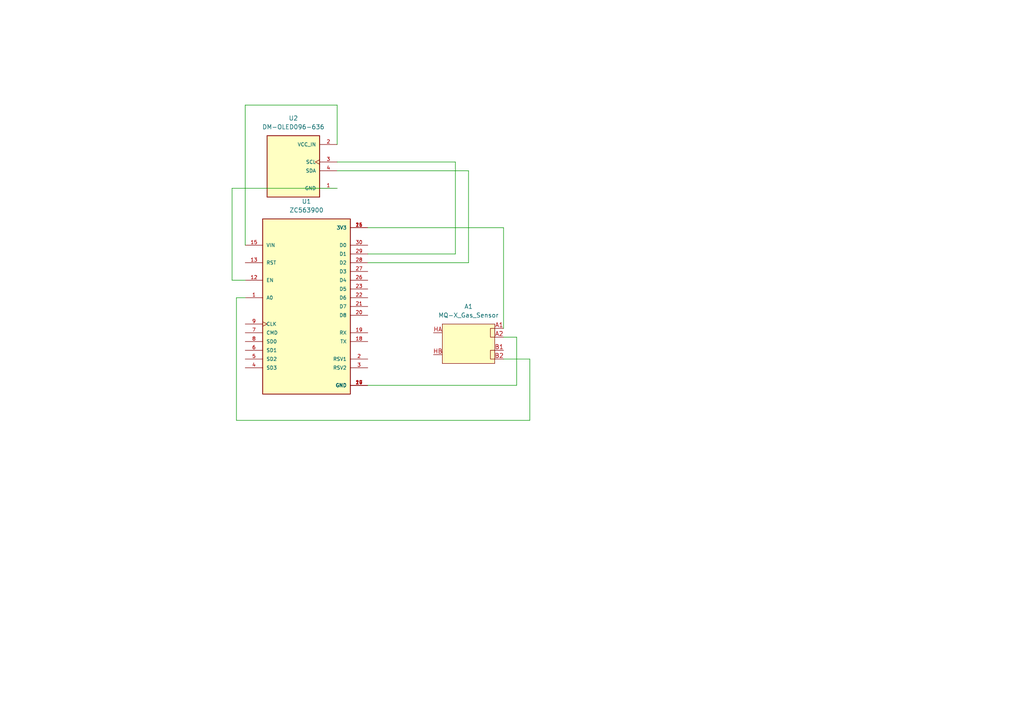
<source format=kicad_sch>
(kicad_sch
	(version 20250114)
	(generator "eeschema")
	(generator_version "9.0")
	(uuid "86fd94cb-ff3a-467c-820a-385572990864")
	(paper "A4")
	(lib_symbols
		(symbol "Charleslabs_Parts:MQ-X_Gas_Sensor"
			(pin_names
				(offset 1.016)
				(hide yes)
			)
			(exclude_from_sim no)
			(in_bom yes)
			(on_board yes)
			(property "Reference" "A"
				(at -7.62 6.35 0)
				(effects
					(font
						(size 1.27 1.27)
					)
					(justify left bottom)
				)
			)
			(property "Value" "MQ-X_Gas_Sensor"
				(at 1.27 6.35 0)
				(effects
					(font
						(size 1.27 1.27)
					)
					(justify left bottom)
				)
			)
			(property "Footprint" "Charleslabs_Parts:MQ-X_Gas_Sensor"
				(at 0 -7.62 0)
				(effects
					(font
						(size 0.508 0.508)
					)
					(hide yes)
				)
			)
			(property "Datasheet" ""
				(at 0 0 0)
				(effects
					(font
						(size 1.27 1.27)
					)
					(hide yes)
				)
			)
			(property "Description" ""
				(at 0 0 0)
				(effects
					(font
						(size 1.27 1.27)
					)
					(hide yes)
				)
			)
			(property "ki_fp_filters" "*MQ-3*"
				(at 0 0 0)
				(effects
					(font
						(size 1.27 1.27)
					)
					(hide yes)
				)
			)
			(symbol "MQ-X_Gas_Sensor_1_0"
				(rectangle
					(start -7.62 5.08)
					(end 7.62 -6.35)
					(stroke
						(width 0)
						(type solid)
					)
					(fill
						(type background)
					)
				)
				(rectangle
					(start 7.62 3.81)
					(end 6.35 1.27)
					(stroke
						(width 0)
						(type solid)
					)
					(fill
						(type none)
					)
				)
				(rectangle
					(start 7.62 -2.54)
					(end 6.35 -5.08)
					(stroke
						(width 0)
						(type solid)
					)
					(fill
						(type none)
					)
				)
			)
			(symbol "MQ-X_Gas_Sensor_1_1"
				(pin power_in line
					(at -10.16 2.54 0)
					(length 2.54)
					(name "~"
						(effects
							(font
								(size 1.27 1.27)
							)
						)
					)
					(number "HA"
						(effects
							(font
								(size 1.27 1.27)
							)
						)
					)
				)
				(pin power_in line
					(at -10.16 -3.81 0)
					(length 2.54)
					(name "~"
						(effects
							(font
								(size 1.27 1.27)
							)
						)
					)
					(number "HB"
						(effects
							(font
								(size 1.27 1.27)
							)
						)
					)
				)
				(pin bidirectional line
					(at 10.16 3.81 180)
					(length 2.54)
					(name "~"
						(effects
							(font
								(size 1.27 1.27)
							)
						)
					)
					(number "A1"
						(effects
							(font
								(size 1.27 1.27)
							)
						)
					)
				)
				(pin bidirectional line
					(at 10.16 1.27 180)
					(length 2.54)
					(name "~"
						(effects
							(font
								(size 1.27 1.27)
							)
						)
					)
					(number "A2"
						(effects
							(font
								(size 1.27 1.27)
							)
						)
					)
				)
				(pin bidirectional line
					(at 10.16 -2.54 180)
					(length 2.54)
					(name "~"
						(effects
							(font
								(size 1.27 1.27)
							)
						)
					)
					(number "B1"
						(effects
							(font
								(size 1.27 1.27)
							)
						)
					)
				)
				(pin bidirectional line
					(at 10.16 -5.08 180)
					(length 2.54)
					(name "~"
						(effects
							(font
								(size 1.27 1.27)
							)
						)
					)
					(number "B2"
						(effects
							(font
								(size 1.27 1.27)
							)
						)
					)
				)
			)
			(embedded_fonts no)
		)
		(symbol "DM-OLED096-636:DM-OLED096-636"
			(pin_names
				(offset 1.016)
			)
			(exclude_from_sim no)
			(in_bom yes)
			(on_board yes)
			(property "Reference" "U"
				(at -7.62 10.922 0)
				(effects
					(font
						(size 1.27 1.27)
					)
					(justify left bottom)
				)
			)
			(property "Value" "DM-OLED096-636"
				(at -7.62 -10.16 0)
				(effects
					(font
						(size 1.27 1.27)
					)
					(justify left bottom)
				)
			)
			(property "Footprint" "DM-OLED096-636:MODULE_DM-OLED096-636"
				(at 0 0 0)
				(effects
					(font
						(size 1.27 1.27)
					)
					(justify bottom)
					(hide yes)
				)
			)
			(property "Datasheet" ""
				(at 0 0 0)
				(effects
					(font
						(size 1.27 1.27)
					)
					(hide yes)
				)
			)
			(property "Description" ""
				(at 0 0 0)
				(effects
					(font
						(size 1.27 1.27)
					)
					(hide yes)
				)
			)
			(property "MF" "Display Module"
				(at 0 0 0)
				(effects
					(font
						(size 1.27 1.27)
					)
					(justify bottom)
					(hide yes)
				)
			)
			(property "MAXIMUM_PACKAGE_HEIGHT" "11.3 mm"
				(at 0 0 0)
				(effects
					(font
						(size 1.27 1.27)
					)
					(justify bottom)
					(hide yes)
				)
			)
			(property "Package" "Package"
				(at 0 0 0)
				(effects
					(font
						(size 1.27 1.27)
					)
					(justify bottom)
					(hide yes)
				)
			)
			(property "Price" "None"
				(at 0 0 0)
				(effects
					(font
						(size 1.27 1.27)
					)
					(justify bottom)
					(hide yes)
				)
			)
			(property "Check_prices" "https://www.snapeda.com/parts/DM-OLED096-636/Display+Module/view-part/?ref=eda"
				(at 0 0 0)
				(effects
					(font
						(size 1.27 1.27)
					)
					(justify bottom)
					(hide yes)
				)
			)
			(property "STANDARD" "Manufacturer Recommendations"
				(at 0 0 0)
				(effects
					(font
						(size 1.27 1.27)
					)
					(justify bottom)
					(hide yes)
				)
			)
			(property "PARTREV" "2018-09-10"
				(at 0 0 0)
				(effects
					(font
						(size 1.27 1.27)
					)
					(justify bottom)
					(hide yes)
				)
			)
			(property "SnapEDA_Link" "https://www.snapeda.com/parts/DM-OLED096-636/Display+Module/view-part/?ref=snap"
				(at 0 0 0)
				(effects
					(font
						(size 1.27 1.27)
					)
					(justify bottom)
					(hide yes)
				)
			)
			(property "MP" "DM-OLED096-636"
				(at 0 0 0)
				(effects
					(font
						(size 1.27 1.27)
					)
					(justify bottom)
					(hide yes)
				)
			)
			(property "Description_1" "0.96” 128 X 64 MONOCHROME GRAPHIC OLED DISPLAY MODULE - I2C"
				(at 0 0 0)
				(effects
					(font
						(size 1.27 1.27)
					)
					(justify bottom)
					(hide yes)
				)
			)
			(property "Availability" "Not in stock"
				(at 0 0 0)
				(effects
					(font
						(size 1.27 1.27)
					)
					(justify bottom)
					(hide yes)
				)
			)
			(property "MANUFACTURER" "Displaymodule"
				(at 0 0 0)
				(effects
					(font
						(size 1.27 1.27)
					)
					(justify bottom)
					(hide yes)
				)
			)
			(symbol "DM-OLED096-636_0_0"
				(rectangle
					(start -7.62 -7.62)
					(end 7.62 10.16)
					(stroke
						(width 0.254)
						(type default)
					)
					(fill
						(type background)
					)
				)
				(pin power_in line
					(at 12.7 7.62 180)
					(length 5.08)
					(name "VCC_IN"
						(effects
							(font
								(size 1.016 1.016)
							)
						)
					)
					(number "2"
						(effects
							(font
								(size 1.016 1.016)
							)
						)
					)
				)
				(pin input clock
					(at 12.7 2.54 180)
					(length 5.08)
					(name "SCL"
						(effects
							(font
								(size 1.016 1.016)
							)
						)
					)
					(number "3"
						(effects
							(font
								(size 1.016 1.016)
							)
						)
					)
				)
				(pin bidirectional line
					(at 12.7 0 180)
					(length 5.08)
					(name "SDA"
						(effects
							(font
								(size 1.016 1.016)
							)
						)
					)
					(number "4"
						(effects
							(font
								(size 1.016 1.016)
							)
						)
					)
				)
				(pin power_in line
					(at 12.7 -5.08 180)
					(length 5.08)
					(name "GND"
						(effects
							(font
								(size 1.016 1.016)
							)
						)
					)
					(number "1"
						(effects
							(font
								(size 1.016 1.016)
							)
						)
					)
				)
			)
			(embedded_fonts no)
		)
		(symbol "ZC563900:ZC563900"
			(pin_names
				(offset 1.016)
			)
			(exclude_from_sim no)
			(in_bom yes)
			(on_board yes)
			(property "Reference" "U"
				(at -12.7 26.035 0)
				(effects
					(font
						(size 1.27 1.27)
					)
					(justify left bottom)
				)
			)
			(property "Value" "ZC563900"
				(at -12.7 -27.94 0)
				(effects
					(font
						(size 1.27 1.27)
					)
					(justify left bottom)
				)
			)
			(property "Footprint" "ZC563900:MODULE_ZC563900"
				(at 0 0 0)
				(effects
					(font
						(size 1.27 1.27)
					)
					(justify bottom)
					(hide yes)
				)
			)
			(property "Datasheet" ""
				(at 0 0 0)
				(effects
					(font
						(size 1.27 1.27)
					)
					(hide yes)
				)
			)
			(property "Description" ""
				(at 0 0 0)
				(effects
					(font
						(size 1.27 1.27)
					)
					(hide yes)
				)
			)
			(property "MF" "YKS"
				(at 0 0 0)
				(effects
					(font
						(size 1.27 1.27)
					)
					(justify bottom)
					(hide yes)
				)
			)
			(property "MAXIMUM_PACKAGE_HEIGHT" "N/A"
				(at 0 0 0)
				(effects
					(font
						(size 1.27 1.27)
					)
					(justify bottom)
					(hide yes)
				)
			)
			(property "Package" "None"
				(at 0 0 0)
				(effects
					(font
						(size 1.27 1.27)
					)
					(justify bottom)
					(hide yes)
				)
			)
			(property "Price" "None"
				(at 0 0 0)
				(effects
					(font
						(size 1.27 1.27)
					)
					(justify bottom)
					(hide yes)
				)
			)
			(property "Check_prices" "https://www.snapeda.com/parts/ZC563900/YKS/view-part/?ref=eda"
				(at 0 0 0)
				(effects
					(font
						(size 1.27 1.27)
					)
					(justify bottom)
					(hide yes)
				)
			)
			(property "STANDARD" "Manufacturer Recommendations"
				(at 0 0 0)
				(effects
					(font
						(size 1.27 1.27)
					)
					(justify bottom)
					(hide yes)
				)
			)
			(property "PARTREV" "1.0"
				(at 0 0 0)
				(effects
					(font
						(size 1.27 1.27)
					)
					(justify bottom)
					(hide yes)
				)
			)
			(property "SnapEDA_Link" "https://www.snapeda.com/parts/ZC563900/YKS/view-part/?ref=snap"
				(at 0 0 0)
				(effects
					(font
						(size 1.27 1.27)
					)
					(justify bottom)
					(hide yes)
				)
			)
			(property "MP" "ZC563900"
				(at 0 0 0)
				(effects
					(font
						(size 1.27 1.27)
					)
					(justify bottom)
					(hide yes)
				)
			)
			(property "Description_1" "NodeMcu Lua ESP8266 WIFI Internet of Things Network Development Module Board"
				(at 0 0 0)
				(effects
					(font
						(size 1.27 1.27)
					)
					(justify bottom)
					(hide yes)
				)
			)
			(property "Availability" "Not in stock"
				(at 0 0 0)
				(effects
					(font
						(size 1.27 1.27)
					)
					(justify bottom)
					(hide yes)
				)
			)
			(property "MANUFACTURER" "YKS"
				(at 0 0 0)
				(effects
					(font
						(size 1.27 1.27)
					)
					(justify bottom)
					(hide yes)
				)
			)
			(symbol "ZC563900_0_0"
				(rectangle
					(start -12.7 -25.4)
					(end 12.7 25.4)
					(stroke
						(width 0.254)
						(type default)
					)
					(fill
						(type background)
					)
				)
				(pin input line
					(at -17.78 17.78 0)
					(length 5.08)
					(name "VIN"
						(effects
							(font
								(size 1.016 1.016)
							)
						)
					)
					(number "15"
						(effects
							(font
								(size 1.016 1.016)
							)
						)
					)
				)
				(pin input line
					(at -17.78 12.7 0)
					(length 5.08)
					(name "RST"
						(effects
							(font
								(size 1.016 1.016)
							)
						)
					)
					(number "13"
						(effects
							(font
								(size 1.016 1.016)
							)
						)
					)
				)
				(pin input line
					(at -17.78 7.62 0)
					(length 5.08)
					(name "EN"
						(effects
							(font
								(size 1.016 1.016)
							)
						)
					)
					(number "12"
						(effects
							(font
								(size 1.016 1.016)
							)
						)
					)
				)
				(pin input line
					(at -17.78 2.54 0)
					(length 5.08)
					(name "A0"
						(effects
							(font
								(size 1.016 1.016)
							)
						)
					)
					(number "1"
						(effects
							(font
								(size 1.016 1.016)
							)
						)
					)
				)
				(pin input clock
					(at -17.78 -5.08 0)
					(length 5.08)
					(name "CLK"
						(effects
							(font
								(size 1.016 1.016)
							)
						)
					)
					(number "9"
						(effects
							(font
								(size 1.016 1.016)
							)
						)
					)
				)
				(pin input line
					(at -17.78 -7.62 0)
					(length 5.08)
					(name "CMD"
						(effects
							(font
								(size 1.016 1.016)
							)
						)
					)
					(number "7"
						(effects
							(font
								(size 1.016 1.016)
							)
						)
					)
				)
				(pin bidirectional line
					(at -17.78 -10.16 0)
					(length 5.08)
					(name "SD0"
						(effects
							(font
								(size 1.016 1.016)
							)
						)
					)
					(number "8"
						(effects
							(font
								(size 1.016 1.016)
							)
						)
					)
				)
				(pin bidirectional line
					(at -17.78 -12.7 0)
					(length 5.08)
					(name "SD1"
						(effects
							(font
								(size 1.016 1.016)
							)
						)
					)
					(number "6"
						(effects
							(font
								(size 1.016 1.016)
							)
						)
					)
				)
				(pin bidirectional line
					(at -17.78 -15.24 0)
					(length 5.08)
					(name "SD2"
						(effects
							(font
								(size 1.016 1.016)
							)
						)
					)
					(number "5"
						(effects
							(font
								(size 1.016 1.016)
							)
						)
					)
				)
				(pin bidirectional line
					(at -17.78 -17.78 0)
					(length 5.08)
					(name "SD3"
						(effects
							(font
								(size 1.016 1.016)
							)
						)
					)
					(number "4"
						(effects
							(font
								(size 1.016 1.016)
							)
						)
					)
				)
				(pin power_in line
					(at 17.78 22.86 180)
					(length 5.08)
					(name "3V3"
						(effects
							(font
								(size 1.016 1.016)
							)
						)
					)
					(number "11"
						(effects
							(font
								(size 1.016 1.016)
							)
						)
					)
				)
				(pin power_in line
					(at 17.78 22.86 180)
					(length 5.08)
					(name "3V3"
						(effects
							(font
								(size 1.016 1.016)
							)
						)
					)
					(number "16"
						(effects
							(font
								(size 1.016 1.016)
							)
						)
					)
				)
				(pin power_in line
					(at 17.78 22.86 180)
					(length 5.08)
					(name "3V3"
						(effects
							(font
								(size 1.016 1.016)
							)
						)
					)
					(number "25"
						(effects
							(font
								(size 1.016 1.016)
							)
						)
					)
				)
				(pin bidirectional line
					(at 17.78 17.78 180)
					(length 5.08)
					(name "D0"
						(effects
							(font
								(size 1.016 1.016)
							)
						)
					)
					(number "30"
						(effects
							(font
								(size 1.016 1.016)
							)
						)
					)
				)
				(pin bidirectional line
					(at 17.78 15.24 180)
					(length 5.08)
					(name "D1"
						(effects
							(font
								(size 1.016 1.016)
							)
						)
					)
					(number "29"
						(effects
							(font
								(size 1.016 1.016)
							)
						)
					)
				)
				(pin bidirectional line
					(at 17.78 12.7 180)
					(length 5.08)
					(name "D2"
						(effects
							(font
								(size 1.016 1.016)
							)
						)
					)
					(number "28"
						(effects
							(font
								(size 1.016 1.016)
							)
						)
					)
				)
				(pin bidirectional line
					(at 17.78 10.16 180)
					(length 5.08)
					(name "D3"
						(effects
							(font
								(size 1.016 1.016)
							)
						)
					)
					(number "27"
						(effects
							(font
								(size 1.016 1.016)
							)
						)
					)
				)
				(pin bidirectional line
					(at 17.78 7.62 180)
					(length 5.08)
					(name "D4"
						(effects
							(font
								(size 1.016 1.016)
							)
						)
					)
					(number "26"
						(effects
							(font
								(size 1.016 1.016)
							)
						)
					)
				)
				(pin bidirectional line
					(at 17.78 5.08 180)
					(length 5.08)
					(name "D5"
						(effects
							(font
								(size 1.016 1.016)
							)
						)
					)
					(number "23"
						(effects
							(font
								(size 1.016 1.016)
							)
						)
					)
				)
				(pin bidirectional line
					(at 17.78 2.54 180)
					(length 5.08)
					(name "D6"
						(effects
							(font
								(size 1.016 1.016)
							)
						)
					)
					(number "22"
						(effects
							(font
								(size 1.016 1.016)
							)
						)
					)
				)
				(pin bidirectional line
					(at 17.78 0 180)
					(length 5.08)
					(name "D7"
						(effects
							(font
								(size 1.016 1.016)
							)
						)
					)
					(number "21"
						(effects
							(font
								(size 1.016 1.016)
							)
						)
					)
				)
				(pin bidirectional line
					(at 17.78 -2.54 180)
					(length 5.08)
					(name "D8"
						(effects
							(font
								(size 1.016 1.016)
							)
						)
					)
					(number "20"
						(effects
							(font
								(size 1.016 1.016)
							)
						)
					)
				)
				(pin bidirectional line
					(at 17.78 -7.62 180)
					(length 5.08)
					(name "RX"
						(effects
							(font
								(size 1.016 1.016)
							)
						)
					)
					(number "19"
						(effects
							(font
								(size 1.016 1.016)
							)
						)
					)
				)
				(pin bidirectional line
					(at 17.78 -10.16 180)
					(length 5.08)
					(name "TX"
						(effects
							(font
								(size 1.016 1.016)
							)
						)
					)
					(number "18"
						(effects
							(font
								(size 1.016 1.016)
							)
						)
					)
				)
				(pin passive line
					(at 17.78 -15.24 180)
					(length 5.08)
					(name "RSV1"
						(effects
							(font
								(size 1.016 1.016)
							)
						)
					)
					(number "2"
						(effects
							(font
								(size 1.016 1.016)
							)
						)
					)
				)
				(pin passive line
					(at 17.78 -17.78 180)
					(length 5.08)
					(name "RSV2"
						(effects
							(font
								(size 1.016 1.016)
							)
						)
					)
					(number "3"
						(effects
							(font
								(size 1.016 1.016)
							)
						)
					)
				)
				(pin power_in line
					(at 17.78 -22.86 180)
					(length 5.08)
					(name "GND"
						(effects
							(font
								(size 1.016 1.016)
							)
						)
					)
					(number "10"
						(effects
							(font
								(size 1.016 1.016)
							)
						)
					)
				)
				(pin power_in line
					(at 17.78 -22.86 180)
					(length 5.08)
					(name "GND"
						(effects
							(font
								(size 1.016 1.016)
							)
						)
					)
					(number "14"
						(effects
							(font
								(size 1.016 1.016)
							)
						)
					)
				)
				(pin power_in line
					(at 17.78 -22.86 180)
					(length 5.08)
					(name "GND"
						(effects
							(font
								(size 1.016 1.016)
							)
						)
					)
					(number "17"
						(effects
							(font
								(size 1.016 1.016)
							)
						)
					)
				)
				(pin power_in line
					(at 17.78 -22.86 180)
					(length 5.08)
					(name "GND"
						(effects
							(font
								(size 1.016 1.016)
							)
						)
					)
					(number "24"
						(effects
							(font
								(size 1.016 1.016)
							)
						)
					)
				)
			)
			(embedded_fonts no)
		)
	)
	(wire
		(pts
			(xy 146.05 66.04) (xy 146.05 95.25)
		)
		(stroke
			(width 0)
			(type default)
		)
		(uuid "02b3f2d0-0066-41a7-ab8f-6a3fdd04b44a")
	)
	(wire
		(pts
			(xy 135.89 49.53) (xy 135.89 76.2)
		)
		(stroke
			(width 0)
			(type default)
		)
		(uuid "2c895269-9adf-4c61-bf80-87aeb7324a78")
	)
	(wire
		(pts
			(xy 106.68 111.76) (xy 149.86 111.76)
		)
		(stroke
			(width 0)
			(type default)
		)
		(uuid "34ea59e7-df53-4e5c-b9d6-08b49df0a644")
	)
	(wire
		(pts
			(xy 97.79 46.99) (xy 132.08 46.99)
		)
		(stroke
			(width 0)
			(type default)
		)
		(uuid "3a191018-5423-4fa5-a668-b15c903fcdb2")
	)
	(wire
		(pts
			(xy 68.58 121.92) (xy 153.67 121.92)
		)
		(stroke
			(width 0)
			(type default)
		)
		(uuid "3d224aa8-af20-43e4-b7bc-9dbf2ea18022")
	)
	(wire
		(pts
			(xy 132.08 46.99) (xy 132.08 73.66)
		)
		(stroke
			(width 0)
			(type default)
		)
		(uuid "44e62560-72a6-4d7a-a345-c7e536743400")
	)
	(wire
		(pts
			(xy 97.79 41.91) (xy 97.79 30.48)
		)
		(stroke
			(width 0)
			(type default)
		)
		(uuid "4be7ba30-56b7-4633-ac11-b3069f15c08d")
	)
	(wire
		(pts
			(xy 132.08 73.66) (xy 106.68 73.66)
		)
		(stroke
			(width 0)
			(type default)
		)
		(uuid "70fa9389-4892-4fb3-a1f3-bcfcb805690d")
	)
	(wire
		(pts
			(xy 153.67 121.92) (xy 153.67 104.14)
		)
		(stroke
			(width 0)
			(type default)
		)
		(uuid "76990f13-b85a-4295-9fbd-59c77f503390")
	)
	(wire
		(pts
			(xy 153.67 104.14) (xy 146.05 104.14)
		)
		(stroke
			(width 0)
			(type default)
		)
		(uuid "8934002f-6642-4765-94ef-69979533f268")
	)
	(wire
		(pts
			(xy 97.79 30.48) (xy 71.12 30.48)
		)
		(stroke
			(width 0)
			(type default)
		)
		(uuid "90357dfb-fb58-494b-9285-f12838ccae68")
	)
	(wire
		(pts
			(xy 149.86 111.76) (xy 149.86 97.79)
		)
		(stroke
			(width 0)
			(type default)
		)
		(uuid "994cf364-9e3a-4804-b2ad-3763121d6fed")
	)
	(wire
		(pts
			(xy 67.31 54.61) (xy 67.31 81.28)
		)
		(stroke
			(width 0)
			(type default)
		)
		(uuid "a306d33c-622c-423a-8d2a-f98fafb56951")
	)
	(wire
		(pts
			(xy 97.79 54.61) (xy 67.31 54.61)
		)
		(stroke
			(width 0)
			(type default)
		)
		(uuid "a5daa075-4724-4ae5-bc22-a1e020c49a30")
	)
	(wire
		(pts
			(xy 149.86 97.79) (xy 146.05 97.79)
		)
		(stroke
			(width 0)
			(type default)
		)
		(uuid "b52f0e19-908c-448c-bfd8-181f96cccf88")
	)
	(wire
		(pts
			(xy 97.79 49.53) (xy 135.89 49.53)
		)
		(stroke
			(width 0)
			(type default)
		)
		(uuid "b9819850-c822-409c-8f10-e88f1673a6de")
	)
	(wire
		(pts
			(xy 67.31 81.28) (xy 71.12 81.28)
		)
		(stroke
			(width 0)
			(type default)
		)
		(uuid "d41e6cae-5272-486a-ad4e-4b06e246a5b4")
	)
	(wire
		(pts
			(xy 106.68 66.04) (xy 146.05 66.04)
		)
		(stroke
			(width 0)
			(type default)
		)
		(uuid "d4a72226-3fd0-44c9-a7fe-66d450583c91")
	)
	(wire
		(pts
			(xy 71.12 86.36) (xy 68.58 86.36)
		)
		(stroke
			(width 0)
			(type default)
		)
		(uuid "e38e4c53-487e-4805-a212-bb7fe2095d82")
	)
	(wire
		(pts
			(xy 135.89 76.2) (xy 106.68 76.2)
		)
		(stroke
			(width 0)
			(type default)
		)
		(uuid "e4c6db71-fa29-41e7-8f4f-2d4bcb192116")
	)
	(wire
		(pts
			(xy 71.12 30.48) (xy 71.12 71.12)
		)
		(stroke
			(width 0)
			(type default)
		)
		(uuid "f424b4c0-630a-4244-8605-f93478dcfecb")
	)
	(wire
		(pts
			(xy 68.58 86.36) (xy 68.58 121.92)
		)
		(stroke
			(width 0)
			(type default)
		)
		(uuid "f8fbb863-b0fc-4555-b963-4112adad9849")
	)
	(symbol
		(lib_id "ZC563900:ZC563900")
		(at 88.9 88.9 0)
		(unit 1)
		(exclude_from_sim no)
		(in_bom yes)
		(on_board yes)
		(dnp no)
		(fields_autoplaced yes)
		(uuid "06fd5d60-9ce8-467e-90bf-d01c419178ef")
		(property "Reference" "U1"
			(at 88.9 58.42 0)
			(effects
				(font
					(size 1.27 1.27)
				)
			)
		)
		(property "Value" "ZC563900"
			(at 88.9 60.96 0)
			(effects
				(font
					(size 1.27 1.27)
				)
			)
		)
		(property "Footprint" "ZC563900:MODULE_ZC563900"
			(at 88.9 88.9 0)
			(effects
				(font
					(size 1.27 1.27)
				)
				(justify bottom)
				(hide yes)
			)
		)
		(property "Datasheet" ""
			(at 88.9 88.9 0)
			(effects
				(font
					(size 1.27 1.27)
				)
				(hide yes)
			)
		)
		(property "Description" ""
			(at 88.9 88.9 0)
			(effects
				(font
					(size 1.27 1.27)
				)
				(hide yes)
			)
		)
		(property "MF" "YKS"
			(at 88.9 88.9 0)
			(effects
				(font
					(size 1.27 1.27)
				)
				(justify bottom)
				(hide yes)
			)
		)
		(property "MAXIMUM_PACKAGE_HEIGHT" "N/A"
			(at 88.9 88.9 0)
			(effects
				(font
					(size 1.27 1.27)
				)
				(justify bottom)
				(hide yes)
			)
		)
		(property "Package" "None"
			(at 88.9 88.9 0)
			(effects
				(font
					(size 1.27 1.27)
				)
				(justify bottom)
				(hide yes)
			)
		)
		(property "Price" "None"
			(at 88.9 88.9 0)
			(effects
				(font
					(size 1.27 1.27)
				)
				(justify bottom)
				(hide yes)
			)
		)
		(property "Check_prices" "https://www.snapeda.com/parts/ZC563900/YKS/view-part/?ref=eda"
			(at 88.9 88.9 0)
			(effects
				(font
					(size 1.27 1.27)
				)
				(justify bottom)
				(hide yes)
			)
		)
		(property "STANDARD" "Manufacturer Recommendations"
			(at 88.9 88.9 0)
			(effects
				(font
					(size 1.27 1.27)
				)
				(justify bottom)
				(hide yes)
			)
		)
		(property "PARTREV" "1.0"
			(at 88.9 88.9 0)
			(effects
				(font
					(size 1.27 1.27)
				)
				(justify bottom)
				(hide yes)
			)
		)
		(property "SnapEDA_Link" "https://www.snapeda.com/parts/ZC563900/YKS/view-part/?ref=snap"
			(at 88.9 88.9 0)
			(effects
				(font
					(size 1.27 1.27)
				)
				(justify bottom)
				(hide yes)
			)
		)
		(property "MP" "ZC563900"
			(at 88.9 88.9 0)
			(effects
				(font
					(size 1.27 1.27)
				)
				(justify bottom)
				(hide yes)
			)
		)
		(property "Description_1" "NodeMcu Lua ESP8266 WIFI Internet of Things Network Development Module Board"
			(at 88.9 88.9 0)
			(effects
				(font
					(size 1.27 1.27)
				)
				(justify bottom)
				(hide yes)
			)
		)
		(property "Availability" "Not in stock"
			(at 88.9 88.9 0)
			(effects
				(font
					(size 1.27 1.27)
				)
				(justify bottom)
				(hide yes)
			)
		)
		(property "MANUFACTURER" "YKS"
			(at 88.9 88.9 0)
			(effects
				(font
					(size 1.27 1.27)
				)
				(justify bottom)
				(hide yes)
			)
		)
		(pin "13"
			(uuid "d4412294-ef47-44e5-bdb0-c7026feb3108")
		)
		(pin "7"
			(uuid "73214190-352e-4b13-b810-19addd40d89e")
		)
		(pin "8"
			(uuid "41444860-581c-4977-b9ef-5b6b5bfecd9a")
		)
		(pin "6"
			(uuid "888b3059-7df8-47c3-89a0-d3e21f92aebe")
		)
		(pin "9"
			(uuid "79e29c30-7c7b-49d8-bb63-b28d74a66011")
		)
		(pin "4"
			(uuid "8816bd72-b57d-463c-9bea-53527d0afcf8")
		)
		(pin "11"
			(uuid "a2abae7e-96c8-45b1-8048-8a73dd9925b4")
		)
		(pin "12"
			(uuid "bc55ed7c-cca4-48f5-8b36-e063280e91d0")
		)
		(pin "1"
			(uuid "1407734b-1632-4a84-b85e-02724ecafda6")
		)
		(pin "16"
			(uuid "d705227d-bae1-48ac-8486-cbd3de9011e1")
		)
		(pin "25"
			(uuid "33b8d46f-d49d-4b9f-9f54-1184a50a0171")
		)
		(pin "5"
			(uuid "4f4bbb50-f0bd-4db3-a41c-ec865b91f1dc")
		)
		(pin "2"
			(uuid "0257ef00-6770-461f-a5a1-fe01bdde0e50")
		)
		(pin "29"
			(uuid "bae8848a-a23b-4bed-a63b-57947cabfb26")
		)
		(pin "23"
			(uuid "148f343f-8781-4ec3-9215-95ba8190af64")
		)
		(pin "28"
			(uuid "9ee2e2cc-689e-4fa0-852a-19f6226ee154")
		)
		(pin "27"
			(uuid "198f1733-e55c-42ae-9166-84080b69a07d")
		)
		(pin "26"
			(uuid "7e842ee8-2822-4927-a274-78c09792f40e")
		)
		(pin "30"
			(uuid "9ac497f9-15f8-45fa-a761-84d46e0a4580")
		)
		(pin "21"
			(uuid "fcd39ae0-bcfc-4565-92a0-2e3e44443a49")
		)
		(pin "20"
			(uuid "d663e373-bd8a-4384-bc80-690bbb04ba94")
		)
		(pin "18"
			(uuid "34f30fc9-17b9-4909-b947-025295dedc9d")
		)
		(pin "22"
			(uuid "675da98b-8afa-491a-8c2d-1b1d6a56f2a1")
		)
		(pin "19"
			(uuid "37056d57-f0a8-4577-8c97-a0cc0f89f5a1")
		)
		(pin "17"
			(uuid "ea7d695c-fb60-43f8-9cc6-3880cd8a65bf")
		)
		(pin "14"
			(uuid "5b8c1480-7a47-4bef-9e91-056dbe180341")
		)
		(pin "24"
			(uuid "947637e2-3afd-4e1c-b075-b10871932ed1")
		)
		(pin "10"
			(uuid "97add4fe-10f9-4533-93c6-b1e95ad03e18")
		)
		(pin "3"
			(uuid "2dd2f0aa-fe3b-489c-b9b2-36566d0d1b2a")
		)
		(pin "15"
			(uuid "9b9b374d-f32b-4db7-98ff-d82cdf515371")
		)
		(instances
			(project ""
				(path "/86fd94cb-ff3a-467c-820a-385572990864"
					(reference "U1")
					(unit 1)
				)
			)
		)
	)
	(symbol
		(lib_id "Charleslabs_Parts:MQ-X_Gas_Sensor")
		(at 135.89 99.06 0)
		(unit 1)
		(exclude_from_sim no)
		(in_bom yes)
		(on_board yes)
		(dnp no)
		(fields_autoplaced yes)
		(uuid "995a0c43-66ec-479c-9e89-d716bf0c17f7")
		(property "Reference" "A1"
			(at 135.89 88.9 0)
			(effects
				(font
					(size 1.27 1.27)
				)
			)
		)
		(property "Value" "MQ-X_Gas_Sensor"
			(at 135.89 91.44 0)
			(effects
				(font
					(size 1.27 1.27)
				)
			)
		)
		(property "Footprint" "Charleslabs_Parts:MQ-X_Gas_Sensor"
			(at 135.89 106.68 0)
			(effects
				(font
					(size 0.508 0.508)
				)
				(hide yes)
			)
		)
		(property "Datasheet" ""
			(at 135.89 99.06 0)
			(effects
				(font
					(size 1.27 1.27)
				)
				(hide yes)
			)
		)
		(property "Description" ""
			(at 135.89 99.06 0)
			(effects
				(font
					(size 1.27 1.27)
				)
				(hide yes)
			)
		)
		(pin "B2"
			(uuid "523d7fd3-ed68-42b3-9aa7-4be95f7b917f")
		)
		(pin "A1"
			(uuid "e456cdec-03d2-45fd-8988-96522e07fda4")
		)
		(pin "B1"
			(uuid "fc51e1a6-58ab-49d7-ad06-2a608f8488dc")
		)
		(pin "A2"
			(uuid "f8287e3d-bdec-40bd-a744-e5bf84be5bfa")
		)
		(pin "HA"
			(uuid "0c3bd05e-b057-4213-9c3d-8a97719b1a56")
		)
		(pin "HB"
			(uuid "76dffd35-8ab1-4b15-ae38-38bbd27f0faf")
		)
		(instances
			(project ""
				(path "/86fd94cb-ff3a-467c-820a-385572990864"
					(reference "A1")
					(unit 1)
				)
			)
		)
	)
	(symbol
		(lib_id "DM-OLED096-636:DM-OLED096-636")
		(at 85.09 49.53 0)
		(unit 1)
		(exclude_from_sim no)
		(in_bom yes)
		(on_board yes)
		(dnp no)
		(fields_autoplaced yes)
		(uuid "dd044804-2bf3-4eb5-ad32-14cf78b0960c")
		(property "Reference" "U2"
			(at 85.09 34.29 0)
			(effects
				(font
					(size 1.27 1.27)
				)
			)
		)
		(property "Value" "DM-OLED096-636"
			(at 85.09 36.83 0)
			(effects
				(font
					(size 1.27 1.27)
				)
			)
		)
		(property "Footprint" "DM-OLED096-636:MODULE_DM-OLED096-636"
			(at 85.09 49.53 0)
			(effects
				(font
					(size 1.27 1.27)
				)
				(justify bottom)
				(hide yes)
			)
		)
		(property "Datasheet" ""
			(at 85.09 49.53 0)
			(effects
				(font
					(size 1.27 1.27)
				)
				(hide yes)
			)
		)
		(property "Description" ""
			(at 85.09 49.53 0)
			(effects
				(font
					(size 1.27 1.27)
				)
				(hide yes)
			)
		)
		(property "MF" "Display Module"
			(at 85.09 49.53 0)
			(effects
				(font
					(size 1.27 1.27)
				)
				(justify bottom)
				(hide yes)
			)
		)
		(property "MAXIMUM_PACKAGE_HEIGHT" "11.3 mm"
			(at 85.09 49.53 0)
			(effects
				(font
					(size 1.27 1.27)
				)
				(justify bottom)
				(hide yes)
			)
		)
		(property "Package" "Package"
			(at 85.09 49.53 0)
			(effects
				(font
					(size 1.27 1.27)
				)
				(justify bottom)
				(hide yes)
			)
		)
		(property "Price" "None"
			(at 85.09 49.53 0)
			(effects
				(font
					(size 1.27 1.27)
				)
				(justify bottom)
				(hide yes)
			)
		)
		(property "Check_prices" "https://www.snapeda.com/parts/DM-OLED096-636/Display+Module/view-part/?ref=eda"
			(at 85.09 49.53 0)
			(effects
				(font
					(size 1.27 1.27)
				)
				(justify bottom)
				(hide yes)
			)
		)
		(property "STANDARD" "Manufacturer Recommendations"
			(at 85.09 49.53 0)
			(effects
				(font
					(size 1.27 1.27)
				)
				(justify bottom)
				(hide yes)
			)
		)
		(property "PARTREV" "2018-09-10"
			(at 85.09 49.53 0)
			(effects
				(font
					(size 1.27 1.27)
				)
				(justify bottom)
				(hide yes)
			)
		)
		(property "SnapEDA_Link" "https://www.snapeda.com/parts/DM-OLED096-636/Display+Module/view-part/?ref=snap"
			(at 85.09 49.53 0)
			(effects
				(font
					(size 1.27 1.27)
				)
				(justify bottom)
				(hide yes)
			)
		)
		(property "MP" "DM-OLED096-636"
			(at 85.09 49.53 0)
			(effects
				(font
					(size 1.27 1.27)
				)
				(justify bottom)
				(hide yes)
			)
		)
		(property "Description_1" "0.96” 128 X 64 MONOCHROME GRAPHIC OLED DISPLAY MODULE - I2C"
			(at 85.09 49.53 0)
			(effects
				(font
					(size 1.27 1.27)
				)
				(justify bottom)
				(hide yes)
			)
		)
		(property "Availability" "Not in stock"
			(at 85.09 49.53 0)
			(effects
				(font
					(size 1.27 1.27)
				)
				(justify bottom)
				(hide yes)
			)
		)
		(property "MANUFACTURER" "Displaymodule"
			(at 85.09 49.53 0)
			(effects
				(font
					(size 1.27 1.27)
				)
				(justify bottom)
				(hide yes)
			)
		)
		(pin "2"
			(uuid "235d53d0-c1a2-4caf-96c3-6c693d78e82b")
		)
		(pin "4"
			(uuid "ddcd82fb-9d13-47d0-9d40-445c4ce50487")
		)
		(pin "3"
			(uuid "5ee2e777-f353-4bbc-ab24-7646ca34659f")
		)
		(pin "1"
			(uuid "16b28466-8305-4a1e-886d-a07c80ea32dc")
		)
		(instances
			(project ""
				(path "/86fd94cb-ff3a-467c-820a-385572990864"
					(reference "U2")
					(unit 1)
				)
			)
		)
	)
	(sheet_instances
		(path "/"
			(page "1")
		)
	)
	(embedded_fonts no)
)

</source>
